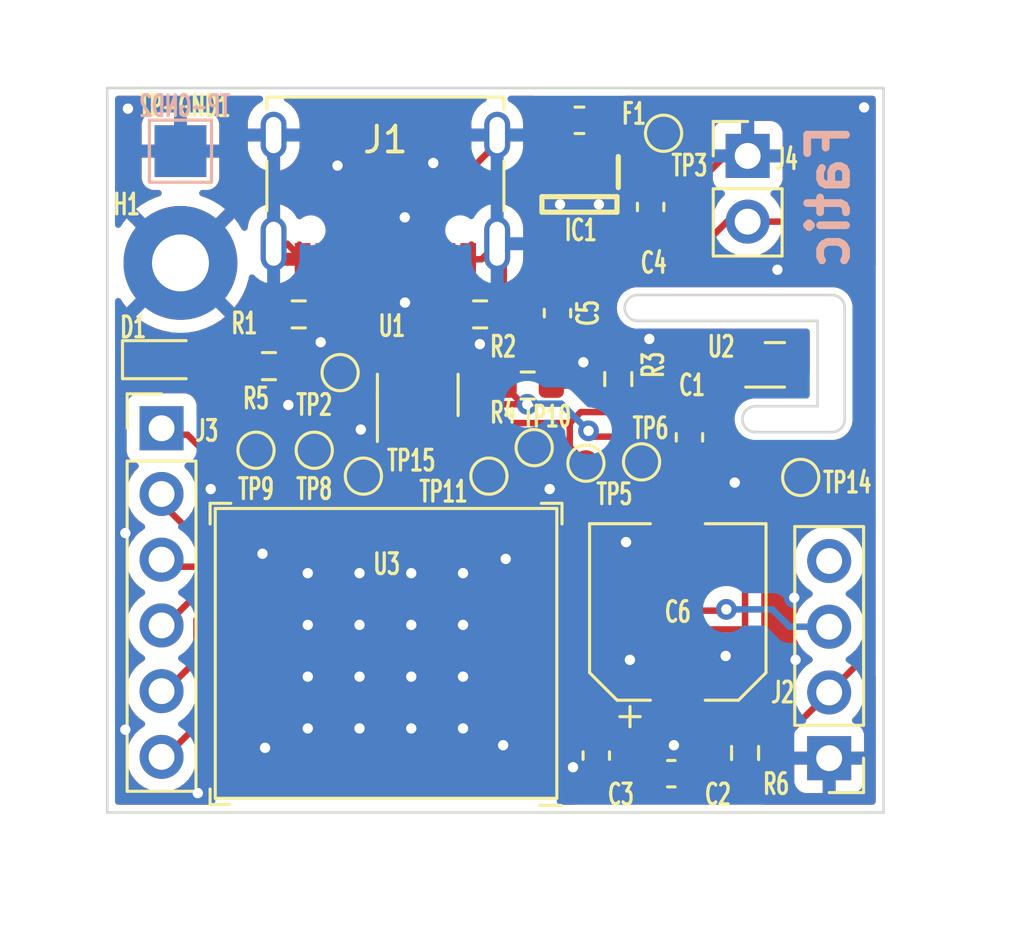
<source format=kicad_pcb>
(kicad_pcb (version 20221018) (generator pcbnew)
  (layers (0 "F.Cu" signal) (31 "B.Cu" signal) (34 "B.Paste" user) (35 "F.Paste" user) (36 "B.SilkS" user "B.Silkscreen") (37 "F.SilkS" user "F.Silkscreen") (38 "B.Mask" user) (39 "F.Mask" user) (44 "Edge.Cuts" user))
  (net 0 "")
  (net 1 "GND")
  (net 2 "+3V3")
  (net 3 "SDA")
  (net 4 "SCL")
  (net 5 "USBJ_D-")
  (net 6 "USBJ_D+")
  (net 7 "Net-(J1-CC1)")
  (net 9 "Net-(J1-CC2)")
  (net 11 "Net-(D1-A)")
  (net 22 "VBUS")
  (net 23 "Net-(U3-GPIO15)")
  (net 24 "USB_D-")
  (net 25 "USB_D+")
  (net 28 "Net-(J3-Pin_3)")
  (net 29 "Net-(J3-Pin_4)")
  (net 30 "Net-(J3-Pin_5)")
  (net 31 "Net-(J3-Pin_6)")
  (net 32 "/VBUS_B4_Fuse")
  (net 33 "Net-(U3-EN{slash}CHIP_PU)")
  (net 34 "Net-(U3-GPIO8)")
  (net 35 "Net-(U3-GPIO9)")
  (net 36 "Net-(U3-GPIO0{slash}ADC1_CH0{slash}XTAL_32K_P)")
  (net 37 "Net-(U3-GPIO1{slash}ADC1_CH1{slash}XTAL_32K_N)")
  (net 38 "Net-(U3-GPIO14)")
  (net 39 "Net-(J3-Pin_1)")
  (net 40 "Net-(J3-Pin_2)")
  (net 41 "Net-(J2-Pin_3)")
  (footprint "TestPoint:TestPoint_Pad_D1.0mm" (layer "F.Cu") (at 42 55.5)
    (fp_text reference "TP8")
    (fp_text value "TestPoint")
  )
  (footprint "Resistor_SMD:R_0603_1608Metric_Pad0.98x0.95mm_HandSolder" (layer "F.Cu") (at 48.4125 50.25)
    (fp_text reference "R2")
    (fp_text value "5k1")
  )
  (footprint "TestPoint:TestPoint_Pad_D1.0mm" (layer "F.Cu") (at 60.8 56.55)
    (fp_text reference "TP14")
    (fp_text value "TestPoint")
  )
  (footprint "Capacitor_SMD:C_0603_1608Metric_Pad1.08x0.95mm_HandSolder" (layer "F.Cu") (at 52.9 67.3 -90)
    (fp_text reference "C3")
    (fp_text value "100n")
  )
  (footprint "Connector_USB:USB_C_Receptacle_G-Switch_GT-USB-7010ASV" (layer "F.Cu") (at 44.75 44.395 180)
    (fp_text reference "J1")
    (fp_text value "USB_C_Receptacle_USB2.0_16P")
  )
  (footprint "Fuse:Fuse_0603_1608Metric_Pad1.05x0.95mm_HandSolder" (layer "F.Cu") (at 52.25 42.75)
    (fp_text reference "F1")
    (fp_text value "6V 0,5A")
  )
  (footprint "Resistor_SMD:R_0603_1608Metric_Pad0.98x0.95mm_HandSolder" (layer "F.Cu") (at 53.75 52.75 -90)
    (fp_text reference "R3")
    (fp_text value "10k")
  )
  (footprint "Resistor_SMD:R_0603_1608Metric_Pad0.98x0.95mm_HandSolder" (layer "F.Cu") (at 58.65 67.2 90)
    (fp_text reference "R6")
    (fp_text value "10k")
  )
  (footprint "Resistor_SMD:R_0603_1608Metric_Pad0.98x0.95mm_HandSolder" (layer "F.Cu") (at 40.25 52.25 180)
    (fp_text reference "R5")
    (fp_text value "5k1")
  )
  (footprint "TestPoint:TestPoint_Pad_D1.0mm" (layer "F.Cu") (at 43 52.5)
    (fp_text reference "TP2")
    (fp_text value "TestPoint")
  )
  (footprint "Capacitor_SMD:C_0603_1608Metric_Pad1.08x0.95mm_HandSolder" (layer "F.Cu") (at 51.4 50.2 -90)
    (fp_text reference "C5")
    (fp_text value "1u")
  )
  (footprint "Connector_PinHeader_2.54mm:PinHeader_1x06_P2.54mm_Vertical" (layer "F.Cu") (at 36.1 54.65)
    (fp_text reference "J3")
    (fp_text value "Conn_01x06_Pin")
  )
  (footprint "TestPoint:TestPoint_Pad_D1.0mm" (layer "F.Cu") (at 39.75 55.5)
    (fp_text reference "TP9")
    (fp_text value "TestPoint")
  )
  (footprint "TestPoint:TestPoint_Pad_2.0x2.0mm" (layer "F.Cu") (at 36.83 43.942)
    (fp_text reference "TP-GND1")
    (fp_text value "GND_Point")
  )
  (footprint "Connector_PinHeader_2.54mm:PinHeader_1x04_P2.54mm_Vertical" (layer "F.Cu") (at 61.9 67.4 180)
    (fp_text reference "J2")
    (fp_text value "Conn_01x04_Socket")
  )
  (footprint "Resistor_SMD:R_0603_1608Metric_Pad0.98x0.95mm_HandSolder" (layer "F.Cu") (at 50.25 53 180)
    (fp_text reference "R4")
    (fp_text value "10k")
  )
  (footprint "TestPoint:TestPoint_Pad_D1.0mm" (layer "F.Cu") (at 43.9 56.5)
    (fp_text reference "TP15")
    (fp_text value "TestPoint")
  )
  (footprint "Capacitor_SMD:C_0603_1608Metric_Pad1.08x0.95mm_HandSolder" (layer "F.Cu") (at 55 46.1 -90)
    (fp_text reference "C4")
    (fp_text value "1u")
  )
  (footprint "Espressif:ESP32-C6-MINI-1" (layer "F.Cu") (at 44.775 66.05 180)
    (fp_text reference "U3")
    (fp_text value "ESP32-C6-MINI-1/U")
  )
  (footprint "Capacitor_SMD:CP_Elec_6.3x5.4" (layer "F.Cu") (at 56.05 61.75 90)
    (fp_text reference "C6")
    (fp_text value "100u")
  )
  (footprint "MountingHole:MountingHole_2.2mm_M2_Pad" (layer "F.Cu") (at 36.83 48.26)
    (fp_text reference "H1")
    (fp_text value "M2-Screw")
  )
  (footprint "TestPoint:TestPoint_Pad_D1.0mm" (layer "F.Cu") (at 48.75 56.5)
    (fp_text reference "TP11")
    (fp_text value "TestPoint")
  )
  (footprint "Sensor_Humidity:Sensirion_DFN-4_1.5x1.5mm_P0.8mm_SHT4x_NoCentralPad" (layer "F.Cu") (at 59.425 52.2)
    (fp_text reference "U2")
    (fp_text value "SHT40-AD1B-R2")
  )
  (footprint "Capacitor_SMD:C_0603_1608Metric_Pad1.08x0.95mm_HandSolder" (layer "F.Cu") (at 55.8 68)
    (fp_text reference "C2")
    (fp_text value "1u")
  )
  (footprint "TestPoint:TestPoint_Pad_D1.0mm" (layer "F.Cu") (at 55.5 43.25)
    (fp_text reference "TP3")
    (fp_text value "TestPoint")
  )
  (footprint "Package_TO_SOT_SMD:SOT-23-6" (layer "F.Cu") (at 46 53.3625 90)
    (fp_text reference "U1")
    (fp_text value "USBLC6-2SC6")
  )
  (footprint "Connector_PinHeader_2.54mm:PinHeader_1x02_P2.54mm_Vertical" (layer "F.Cu") (at 58.75 44.125)
    (fp_text reference "J4")
    (fp_text value "Conn_01x02_Pin")
  )
  (footprint "TestPoint:TestPoint_Pad_D1.0mm" (layer "F.Cu") (at 52.5 56)
    (fp_text reference "TP5")
    (fp_text value "TestPoint")
  )
  (footprint "TestPoint:TestPoint_Pad_D1.0mm" (layer "F.Cu") (at 54.65 55.95)
    (fp_text reference "TP6")
    (fp_text value "TestPoint")
  )
  (footprint "MIC5504-3.3YM5-TR:SOT95P280X145-5N" (layer "F.Cu") (at 52.25 46 -90)
    (fp_text reference "IC1")
    (fp_text value "MIC5504-3.3YM5-TR" hide)
  )
  (footprint "LED_SMD:LED_0603_1608Metric_Pad1.05x0.95mm_HandSolder" (layer "F.Cu") (at 36.25 52)
    (fp_text reference "D1")
    (fp_text value "LED")
  )
  (footprint "Capacitor_SMD:C_0603_1608Metric_Pad1.08x0.95mm_HandSolder" (layer "F.Cu") (at 56.5 55 -90)
    (fp_text reference "C1")
    (fp_text value "100n")
  )
  (footprint "Resistor_SMD:R_0603_1608Metric_Pad0.98x0.95mm_HandSolder" (layer "F.Cu") (at 41.402 50.25 180)
    (fp_text reference "R1")
    (fp_text value "5k1")
  )
  (footprint "TestPoint:TestPoint_Pad_D1.0mm" (layer "F.Cu") (at 50.5 55.4)
    (fp_text reference "TP10")
    (fp_text value "TestPoint")
  )
  (footprint "TestPoint:TestPoint_Pad_2.0x2.0mm" (layer "B.Cu") (at 36.83 43.942 180)
    (fp_text reference "TP-GND2")
    (fp_text value "GND_Point")
  )
  (gr_line (start 34 41.5) (end 34 69.5) (stroke (width 0.1)) (layer "Edge.Cuts"))
  (gr_line (start 59.05 54.8) (end 62.000001 54.800001) (stroke (width 0.1)) (layer "Edge.Cuts"))
  (gr_arc (start 62 49.5) (mid 62.353553 49.646447) (end 62.5 50) (stroke (width 0.1)) (layer "Edge.Cuts"))
  (gr_line (start 34 69.5) (end 64 69.5) (stroke (width 0.1)) (layer "Edge.Cuts"))
  (gr_line (start 64 54.8) (end 64 41.5) (stroke (width 0.1)) (layer "Edge.Cuts"))
  (gr_line (start 64 41.5) (end 34 41.5) (stroke (width 0.1)) (layer "Edge.Cuts"))
  (gr_arc (start 59.05 54.8) (mid 58.55 54.3) (end 59.05 53.8) (stroke (width 0.1)) (layer "Edge.Cuts"))
  (gr_line (start 54.5 50.5) (end 61.45 50.5) (stroke (width 0.1)) (layer "Edge.Cuts"))
  (gr_line (start 64 69.5) (end 64 54.8) (stroke (width 0.1)) (layer "Edge.Cuts"))
  (gr_line (start 54.5 49.5) (end 62 49.5) (stroke (width 0.1)) (layer "Edge.Cuts"))
  (gr_line (start 61.45 53.8) (end 61.45 50.5) (stroke (width 0.1)) (layer "Edge.Cuts"))
  (gr_arc (start 54.5 50.5) (mid 54 50) (end 54.5 49.5) (stroke (width 0.1)) (layer "Edge.Cuts"))
  (gr_line (start 59.05 53.8) (end 61.45 53.8) (stroke (width 0.1)) (layer "Edge.Cuts"))
  (gr_line (start 62.5 54.300001) (end 62.5 50) (stroke (width 0.1)) (layer "Edge.Cuts"))
  (gr_arc (start 62.500001 54.300001) (mid 62.353554 54.653554) (end 62.000001 54.800001) (stroke (width 0.1)) (layer "Edge.Cuts"))
  (gr_text "Fatic" (at 62.75 42.75 90) (layer "B.SilkS") (effects (font (size 1.5 1.5) (thickness 0.3) bold) (justify left bottom mirror)))
  (segment (start 44.2 53.5) (end 45.6 53.5) (width 0.25) (layer "F.Cu") (net 1))
  (segment (start 38.825 57.825) (end 38 57) (width 0.25) (layer "F.Cu") (net 1))
  (segment (start 51.4625 51.0625) (end 52.4 52) (width 0.25) (layer "F.Cu") (net 1))
  (segment (start 46 53.9) (end 46 54.5) (width 0.25) (layer "F.Cu") (net 1))
  (segment (start 57.3625 55.8625) (end 56.5 55.8625) (width 0.25) (layer "F.Cu") (net 1))
  (segment (start 55 46.9625) (end 55.0375 46.9625) (width 0.25) (layer "F.Cu") (net 1))
  (segment (start 55.9 67.4375) (end 56.4625 68) (width 0.25) (layer "F.Cu") (net 1))
  (segment (start 52 67.75) (end 52 67.4625) (width 0.25) (layer "F.Cu") (net 1))
  (segment (start 43.8 54.7) (end 43.8 53.9) (width 0.25) (layer "F.Cu") (net 1))
  (segment (start 40.4895 50.1105) (end 41.55 49.05) (width 0.25) (layer "F.Cu") (net 1))
  (segment (start 37.7 68.3) (end 38.825 68.3) (width 0.25) (layer "F.Cu") (net 1))
  (segment (start 40.95 47.52) (end 41.55 48.12) (width 0.25) (layer "F.Cu") (net 1))
  (segment (start 48.55 50.25) (end 49.325 50.25) (width 0.25) (layer "F.Cu") (net 1))
  (segment (start 40.4895 50.25) (end 38.82 50.25) (width 0.25) (layer "F.Cu") (net 1))
  (segment (start 50.725 57.375) (end 51.1 57) (width 0.25) (layer "F.Cu") (net 1))
  (segment (start 48.47 48.12) (end 49.07 47.52) (width 0.25) (layer "F.Cu") (net 1))
  (segment (start 58.25 56.75) (end 57.3625 55.8625) (width 0.25) (layer "F.Cu") (net 1))
  (segment (start 47.975 58.45) (end 47.975 60.025) (width 0.25) (layer "F.Cu") (net 1))
  (segment (start 48.4 50.4) (end 48.55 50.25) (width 0.25) (layer "F.Cu") (net 1))
  (segment (start 38.825 58.4) (end 38.825 57.825) (width 0.25) (layer "F.Cu") (net 1))
  (segment (start 52.4 52) (end 52.4 52.1) (width 0.25) (layer "F.Cu") (net 1))
  (segment (start 41.55 49.05) (end 41.55 48.12) (width 0.25) (layer "F.Cu") (net 1))
  (segment (start 57.875 44.125) (end 58.75 44.125) (width 0.25) (layer "F.Cu") (net 1))
  (segment (start 45.6 53.5) (end 46 53.9) (width 0.25) (layer "F.Cu") (net 1))
  (segment (start 50.675 58.45) (end 50.725 58.4) (width 0.25) (layer "F.Cu") (net 1))
  (segment (start 55.0375 46.9625) (end 57.875 44.125) (width 0.25) (layer "F.Cu") (net 1))
  (segment (start 50.675 59.35) (end 50.675 58.45) (width 0.25) (layer "F.Cu") (net 1))
  (segment (start 48.4 51.4) (end 48.4 50.4) (width 0.25) (layer "F.Cu") (net 1))
  (segment (start 43.8 53.9) (end 44.2 53.5) (width 0.25) (layer "F.Cu") (net 1))
  (segment (start 40.43 47.52) (end 40.95 47.52) (width 0.25) (layer "F.Cu") (net 1))
  (segment (start 38.82 50.25) (end 36.83 48.26) (width 0.25) (layer "F.Cu") (net 1))
  (segment (start 37.5 68.75) (end 37.5 68.5) (width 0.25) (layer "F.Cu") (net 1))
  (segment (start 55.9 66.9) (end 55.9 67.4375) (width 0.25) (layer "F.Cu") (net 1))
  (segment (start 51.4 51.0625) (end 51.4625 51.0625) (width 0.25) (layer "F.Cu") (net 1))
  (segment (start 47.975 60.025) (end 47.75 60.25) (width 0.25) (layer "F.Cu") (net 1))
  (segment (start 56.5 58.5) (end 56.05 58.95) (width 0.25) (layer "F.Cu") (net 1))
  (segment (start 40.4895 50.25) (end 40.4895 50.1105) (width 0.25) (layer "F.Cu") (net 1))
  (segment (start 49.07 43.32) (end 49.07 43.63) (width 0.25) (layer "F.Cu") (net 1))
  (segment (start 49.325 47.775) (end 49.07 47.52) (width 0.25) (layer "F.Cu") (net 1))
  (segment (start 50.725 58.4) (end 50.725 57.375) (width 0.25) (layer "F.Cu") (net 1))
  (segment (start 49.325 50.25) (end 49.325 47.775) (width 0.25) (layer "F.Cu") (net 1))
  (segment (start 37.5 68.5) (end 37.7 68.3) (width 0.25) (layer "F.Cu") (net 1))
  (segment (start 52.4125 68.1625) (end 52.9 68.1625) (width 0.25) (layer "F.Cu") (net 1))
  (segment (start 49.75 59.35) (end 50.675 59.35) (width 0.25) (layer "F.Cu") (net 1))
  (segment (start 56.5 55.8625) (end 56.5 58.5) (width 0.25) (layer "F.Cu") (net 1))
  (segment (start 52 67.4625) (end 51.8875 67.35) (width 0.25) (layer "F.Cu") (net 1))
  (segment (start 49.4 59.7) (end 49.75 59.35) (width 0.25) (layer "F.Cu") (net 1))
  (segment (start 48.3 44.4) (end 46.6 44.4) (width 0.25) (layer "F.Cu") (net 1))
  (segment (start 52 67.75) (end 52.4125 68.1625) (width 0.25) (layer "F.Cu") (net 1))
  (segment (start 49.07 43.63) (end 48.3 44.4) (width 0.25) (layer "F.Cu") (net 1))
  (segment (start 51.8875 67.35) (end 50.675 67.35) (width 0.25) (layer "F.Cu") (net 1))
  (segment (start 47.95 48.12) (end 48.47 48.12) (width 0.25) (layer "F.Cu") (net 1))
  (via (at 34.8 42.3) (size 0.8) (drill 0.4) (layers "F.Cu" "B.Cu") (net 1))
  (via (at 46.6 44.4) (size 0.8) (drill 0.4) (layers "F.Cu" "B.Cu") (net 1))
  (via (at 52.4 52.1) (size 0.8) (drill 0.4) (layers "F.Cu" "B.Cu") (net 1))
  (via (at 63.25 42.25) (size 0.8) (drill 0.4) (layers "F.Cu" "B.Cu") (net 1))
  (via (at 59.9 48.525) (size 0.8) (drill 0.4) (layers "F.Cu" "B.Cu") (net 1))
  (via (at 43.75 64.25) (size 0.8) (drill 0.4) (layers "F.Cu" "B.Cu") (net 1))
  (via (at 43.8 54.7) (size 0.8) (drill 0.4) (layers "F.Cu" "B.Cu") (net 1))
  (via (at 38 57) (size 0.8) (drill 0.4) (layers "F.Cu" "B.Cu") (net 1))
  (via (at 49.4 59.7) (size 0.8) (drill 0.4) (layers "F.Cu" "B.Cu") (net 1))
  (via (at 45.507475 49.792525) (size 0.8) (drill 0.4) (layers "F.Cu" "B.Cu") (net 1))
  (via (at 41.75 66.25) (size 0.8) (drill 0.4) (layers "F.Cu" "B.Cu") (net 1))
  (via (at 41.75 64.25) (size 0.8) (drill 0.4) (layers "F.Cu" "B.Cu") (net 1))
  (via (at 60.6 63.6) (size 0.8) (drill 0.4) (layers "F.Cu" "B.Cu") (net 1))
  (via (at 55.9 66.9) (size 0.8) (drill 0.4) (layers "F.Cu" "B.Cu") (net 1))
  (via (at 45.75 62.25) (size 0.8) (drill 0.4) (layers "F.Cu" "B.Cu") (net 1))
  (via (at 57.9 63.45) (size 0.8) (drill 0.4) (layers "F.Cu" "B.Cu") (net 1))
  (via (at 51.5 46) (size 0.8) (drill 0.4) (layers "F.Cu" "B.Cu") (net 1))
  (via (at 41 53.75) (size 0.8) (drill 0.4) (layers "F.Cu" "B.Cu") (net 1))
  (via (at 40 59.5) (size 0.8) (drill 0.4) (layers "F.Cu" "B.Cu") (net 1))
  (via (at 43.75 66.25) (size 0.8) (drill 0.4) (layers "F.Cu" "B.Cu") (net 1))
  (via (at 40.1 67) (size 0.8) (drill 0.4) (layers "F.Cu" "B.Cu") (net 1))
  (via (at 54.2 63.6) (size 0.8) (drill 0.4) (layers "F.Cu" "B.Cu") (net 1))
  (via (at 43.75 60.25) (size 0.8) (drill 0.4) (layers "F.Cu" "B.Cu") (net 1))
  (via (at 53 46) (size 0.8) (drill 0.4) (layers "F.Cu" "B.Cu") (net 1))
  (via (at 47.75 62.25) (size 0.8) (drill 0.4) (layers "F.Cu" "B.Cu") (net 1))
  (via (at 45.75 60.25) (size 0.8) (drill 0.4) (layers "F.Cu" "B.Cu") (net 1))
  (via (at 47.75 60.25) (size 0.8) (drill 0.4) (layers "F.Cu" "B.Cu") (net 1))
  (via (at 41.75 60.25) (size 0.8) (drill 0.4) (layers "F.Cu" "B.Cu") (net 1))
  (via (at 58.25 56.75) (size 0.8) (drill 0.4) (layers "F.Cu" "B.Cu") (net 1))
  (via (at 37.5 68.75) (size 0.8) (drill 0.4) (layers "F.Cu" "B.Cu") (net 1))
  (via (at 60.55 61.2) (size 0.8) (drill 0.4) (layers "F.Cu" "B.Cu") (net 1))
  (via (at 54.05 59.05) (size 0.8) (drill 0.4) (layers "F.Cu" "B.Cu") (net 1))
  (via (at 54.95 51.2) (size 0.8) (drill 0.4) (layers "F.Cu" "B.Cu") (net 1))
  (via (at 47.75 64.25) (size 0.8) (drill 0.4) (layers "F.Cu" "B.Cu") (net 1))
  (via (at 41.75 62.25) (size 0.8) (drill 0.4) (layers "F.Cu" "B.Cu") (net 1))
  (via (at 47.75 66.25) (size 0.8) (drill 0.4) (layers "F.Cu" "B.Cu") (net 1))
  (via (at 52 67.75) (size 0.8) (drill 0.4) (layers "F.Cu" "B.Cu") (net 1))
  (via (at 49.3 66.9) (size 0.8) (drill 0.4) (layers "F.Cu" "B.Cu") (net 1))
  (via (at 43.75 62.25) (size 0.8) (drill 0.4) (layers "F.Cu" "B.Cu") (net 1))
  (via (at 45.5 46.5) (size 0.8) (drill 0.4) (layers "F.Cu" "B.Cu") (net 1))
  (via (at 45.75 66.25) (size 0.8) (drill 0.4) (layers "F.Cu" "B.Cu") (net 1))
  (via (at 45.75 64.25) (size 0.8) (drill 0.4) (layers "F.Cu" "B.Cu") (net 1))
  (via (at 42.25 51.325) (size 0.8) (drill 0.4) (layers "F.Cu" "B.Cu") (net 1))
  (via (at 34.7 58.7) (size 0.8) (drill 0.4) (layers "F.Cu" "B.Cu") (net 1))
  (via (at 34.7 66.3) (size 0.8) (drill 0.4) (layers "F.Cu" "B.Cu") (net 1))
  (via (at 48.4 51.4) (size 0.8) (drill 0.4) (layers "F.Cu" "B.Cu") (net 1))
  (via (at 51.1 57) (size 0.8) (drill 0.4) (layers "F.Cu" "B.Cu") (net 1))
  (via (at 42.9 44.5) (size 0.8) (drill 0.4) (layers "F.Cu" "B.Cu") (net 1))
  (segment (start 60.84 46.665) (end 63.4 49.225) (width 0.25) (layer "F.Cu") (net 2))
  (segment (start 63.4 55.3) (end 63.4 63.36) (width 0.25) (layer "F.Cu") (net 2))
  (segment (start 53.2 47.25) (end 53.2 51.2875) (width 0.25) (layer "F.Cu") (net 2))
  (segment (start 60.051778 53.375) (end 60.3 53.126778) (width 0.25) (layer "F.Cu") (net 2))
  (segment (start 54.9375 66.3625) (end 56.3 65) (width 0.25) (layer "F.Cu") (net 2))
  (segment (start 52.0125 65.75) (end 52.7 66.4375) (width 0.25) (layer "F.Cu") (net 2))
  (segment (start 57.2625 53.375) (end 56.5 54.1375) (width 0.25) (layer "F.Cu") (net 2))
  (segment (start 63.4 55.3) (end 63.35 55.25) (width 0.25) (layer "F.Cu") (net 2))
  (segment (start 63.4 63.36) (end 61.9 64.86) (width 0.25) (layer "F.Cu") (net 2))
  (segment (start 57.3875 54.1375) (end 56.5 54.1375) (width 0.25) (layer "F.Cu") (net 2))
  (segment (start 58.65 68.11) (end 61.9 64.86) (width 0.25) (layer "F.Cu") (net 2))
  (segment (start 56.515 48.1) (end 57.95 46.665) (width 0.25) (layer "F.Cu") (net 2))
  (segment (start 53.2 51.2875) (end 53.75 51.8375) (width 0.25) (layer "F.Cu") (net 2))
  (segment (start 60.3 53.126778) (end 60.3 52.698222) (width 0.25) (layer "F.Cu") (net 2))
  (segment (start 53.375 66.4375) (end 54.9375 68) (width 0.25) (layer "F.Cu") (net 2))
  (segment (start 60.3 52.698222) (end 60.201778 52.6) (width 0.25) (layer "F.Cu") (net 2))
  (segment (start 52.7 66.4375) (end 53.375 66.4375) (width 0.25) (layer "F.Cu") (net 2))
  (segment (start 54.05 48.1) (end 56.515 48.1) (width 0.25) (layer "F.Cu") (net 2))
  (segment (start 56.3 64.5) (end 56.3 65.7625) (width 0.25) (layer "F.Cu") (net 2))
  (segment (start 52.5875 53) (end 51.1625 53) (width 0.25) (layer "F.Cu") (net 2))
  (segment (start 58.5 55.25) (end 57.3875 54.1375) (width 0.25) (layer "F.Cu") (net 2))
  (segment (start 63.35 55.25) (end 58.5 55.25) (width 0.25) (layer "F.Cu") (net 2))
  (segment (start 57.95 46.665) (end 60.84 46.665) (width 0.25) (layer "F.Cu") (net 2))
  (segment (start 50.675 65.75) (end 52.0125 65.75) (width 0.25) (layer "F.Cu") (net 2))
  (segment (start 60.201778 52.6) (end 60.125 52.6) (width 0.25) (layer "F.Cu") (net 2))
  (segment (start 51.4 49.3375) (end 51.4 49.05) (width 0.25) (layer "F.Cu") (net 2))
  (segment (start 56.3 65.7625) (end 58.65 68.1125) (width 0.25) (layer "F.Cu") (net 2))
  (segment (start 58.65 68.1125) (end 58.65 68.11) (width 0.25) (layer "F.Cu") (net 2))
  (segment (start 51.4 49.05) (end 53.2 47.25) (width 0.25) (layer "F.Cu") (net 2))
  (segment (start 53.75 51.8375) (end 52.5875 53) (width 0.25) (layer "F.Cu") (net 2))
  (segment (start 63.4 49.225) (end 63.4 55.3) (width 0.25) (layer "F.Cu") (net 2))
  (segment (start 54.9375 68) (end 54.9375 66.3625) (width 0.25) (layer "F.Cu") (net 2))
  (segment (start 57.2625 53.375) (end 60.051778 53.375) (width 0.25) (layer "F.Cu") (net 2))
  (segment (start 53.2 47.25) (end 54.05 48.1) (width 0.25) (layer "F.Cu") (net 2))
  (segment (start 47.175 56.658274) (end 48.775001 55.058273) (width 0.25) (layer "F.Cu") (net 3))
  (segment (start 52.5 56) (end 51.875 55.375) (width 0.25) (layer "F.Cu") (net 3))
  (segment (start 53.3875 54.025) (end 53.75 53.6625) (width 0.25) (layer "F.Cu") (net 3))
  (segment (start 56.1125 51.8) (end 58.725 51.8) (width 0.25) (layer "F.Cu") (net 3))
  (segment (start 49.050305 54.449695) (end 51.875 54.449695) (width 0.25) (layer "F.Cu") (net 3))
  (segment (start 51.875 55.375) (end 51.875 54.449695) (width 0.25) (layer "F.Cu") (net 3))
  (segment (start 53.75 53.6625) (end 54.25 53.6625) (width 0.25) (layer "F.Cu") (net 3))
  (segment (start 48.775001 55.058273) (end 48.775001 54.724999) (width 0.25) (layer "F.Cu") (net 3))
  (segment (start 47.175 58.45) (end 47.175 56.658274) (width 0.25) (layer "F.Cu") (net 3))
  (segment (start 54.25 53.6625) (end 56.1125 51.8) (width 0.25) (layer "F.Cu") (net 3))
  (segment (start 48.775001 54.724999) (end 49.050305 54.449695) (width 0.25) (layer "F.Cu") (net 3))
  (segment (start 51.875 54.449695) (end 52.299695 54.025) (width 0.25) (layer "F.Cu") (net 3))
  (segment (start 52.299695 54.025) (end 53.3875 54.025) (width 0.25) (layer "F.Cu") (net 3))
  (segment (start 54.65 55.95) (end 54.65 55.85) (width 0.25) (layer "F.Cu") (net 4))
  (segment (start 48.325001 54.71979) (end 46.65 56.394791) (width 0.25) (layer "F.Cu") (net 4))
  (segment (start 49.138909 53.724695) (end 48.325001 54.538603) (width 0.25) (layer "F.Cu") (net 4))
  (segment (start 46.65 57.85) (end 46.375 58.125) (width 0.25) (layer "F.Cu") (net 4))
  (segment (start 46.375 58.125) (end 46.375 58.45) (width 0.25) (layer "F.Cu") (net 4))
  (segment (start 46.65 56.394791) (end 46.65 57.85) (width 0.25) (layer "F.Cu") (net 4))
  (segment (start 50.231659 53.724695) (end 50.062195 53.724695) (width 0.25) (layer "F.Cu") (net 4))
  (segment (start 52.6 54.75) (end 52.825 54.975) (width 0.25) (layer "F.Cu") (net 4))
  (segment (start 48.325001 54.538603) (end 48.325001 54.71979) (width 0.25) (layer "F.Cu") (net 4))
  (segment (start 54.65 55.85) (end 54.227076 55.427076) (width 0.25) (layer "F.Cu") (net 4))
  (segment (start 55.948896 52.6) (end 58.725 52.6) (width 0.25) (layer "F.Cu") (net 4))
  (segment (start 52.825 54.975) (end 54.227076 54.975) (width 0.25) (layer "F.Cu") (net 4))
  (segment (start 50.231659 53.724695) (end 49.138909 53.724695) (width 0.25) (layer "F.Cu") (net 4))
  (segment (start 54.227076 54.975) (end 54.55 54.652076) (width 0.25) (layer "F.Cu") (net 4))
  (segment (start 54.55 53.998896) (end 55.948896 52.6) (width 0.25) (layer "F.Cu") (net 4))
  (segment (start 54.55 54.652076) (end 54.55 53.998896) (width 0.25) (layer "F.Cu") (net 4))
  (segment (start 54.227076 55.427076) (end 54.227076 54.975) (width 0.25) (layer "F.Cu") (net 4))
  (segment (start 50.062195 53.724695) (end 49.3375 53) (width 0.25) (layer "F.Cu") (net 4))
  (via (at 52.6 54.75) (size 0.8) (drill 0.4) (layers "F.Cu" "B.Cu") (net 4))
  (via (at 50.231659 53.724695) (size 0.8) (drill 0.4) (layers "F.Cu" "B.Cu") (net 4))
  (segment (start 51.55 53.7) (end 52.6 54.75) (width 0.25) (layer "B.Cu") (net 4))
  (segment (start 50.231659 53.724695) (end 50.256354 53.7) (width 0.25) (layer "B.Cu") (net 4))
  (segment (start 50.256354 53.7) (end 51.55 53.7) (width 0.25) (layer "B.Cu") (net 4))
  (segment (start 46.6 51.521948) (end 46.6 51.875) (width 0.2) (layer "F.Cu") (net 5))
  (segment (start 44.55 49.04) (end 44.5 48.99) (width 0.2) (layer "F.Cu") (net 5))
  (segment (start 45.45 49.04) (end 44.55 49.04) (width 0.2) (layer "F.Cu") (net 5))
  (segment (start 45.5 48.99) (end 45.45 49.04) (width 0.2) (layer "F.Cu") (net 5))
  (segment (start 46.6 51.875) (end 46.95 52.225) (width 0.2) (layer "F.Cu") (net 5))
  (segment (start 45.9875 51.2625) (end 46.340552 51.2625) (width 0.2) (layer "F.Cu") (net 5))
  (segment (start 44.5 49.050001) (end 44.475 49.075001) (width 0.2) (layer "F.Cu") (net 5))
  (segment (start 44.5 48.99) (end 44.5 48.12) (width 0.2) (layer "F.Cu") (net 5))
  (segment (start 46.340552 51.2625) (end 46.6 51.521948) (width 0.2) (layer "F.Cu") (net 5))
  (segment (start 44.475 49.075001) (end 44.475 49.75) (width 0.2) (layer "F.Cu") (net 5))
  (segment (start 45.5 48.12) (end 45.5 48.99) (width 0.2) (layer "F.Cu") (net 5))
  (segment (start 44.5 48.12) (end 44.5 49.050001) (width 0.2) (layer "F.Cu") (net 5))
  (segment (start 44.475 49.75) (end 45.9875 51.2625) (width 0.2) (layer "F.Cu") (net 5))
  (segment (start 44 48.12) (end 44 47.25) (width 0.2) (layer "F.Cu") (net 6))
  (segment (start 44 47.25) (end 44.05 47.2) (width 0.2) (layer "F.Cu") (net 6))
  (segment (start 45 47.25) (end 45 48.12) (width 0.2) (layer "F.Cu") (net 6))
  (segment (start 44.025 49.936397) (end 45.05 50.961397) (width 0.2) (layer "F.Cu") (net 6))
  (segment (start 44.025 49.075001) (end 44.025 49.936397) (width 0.2) (layer "F.Cu") (net 6))
  (segment (start 44.05 47.2) (end 44.95 47.2) (width 0.2) (layer "F.Cu") (net 6))
  (segment (start 44 48.12) (end 44 49.050001) (width 0.2) (layer "F.Cu") (net 6))
  (segment (start 44.95 47.2) (end 45 47.25) (width 0.2) (layer "F.Cu") (net 6))
  (segment (start 44 49.050001) (end 44.025 49.075001) (width 0.2) (layer "F.Cu") (net 6))
  (segment (start 45.05 50.961397) (end 45.05 52.225) (width 0.2) (layer "F.Cu") (net 6))
  (segment (start 47.21 50.25) (end 47.5 50.25) (width 0.25) (layer "F.Cu") (net 7))
  (segment (start 46 48.12) (end 46 49.04) (width 0.25) (layer "F.Cu") (net 7))
  (segment (start 46 49.04) (end 47.21 50.25) (width 0.25) (layer "F.Cu") (net 7))
  (segment (start 43 49.5645) (end 43 48.12) (width 0.25) (layer "F.Cu") (net 9))
  (segment (start 42.3145 50.25) (end 43 49.5645) (width 0.25) (layer "F.Cu") (net 9))
  (segment (start 39.0875 52) (end 39.3375 52.25) (width 0.25) (layer "F.Cu") (net 11))
  (segment (start 37.125 52) (end 39.0875 52) (width 0.25) (layer "F.Cu") (net 11))
  (segment (start 50.5 51.25) (end 50.5 48.75) (width 0.25) (layer "F.Cu") (net 22))
  (segment (start 53.2 42.825) (end 53.125 42.75) (width 0.25) (layer "F.Cu") (net 22))
  (segment (start 53.125 42.75) (end 55 42.75) (width 0.25) (layer "F.Cu") (net 22))
  (segment (start 49.65 52.1) (end 50.5 51.25) (width 0.25) (layer "F.Cu") (net 22))
  (segment (start 55.5 43.25) (end 55 43.75) (width 0.25) (layer "F.Cu") (net 22))
  (segment (start 46.325001 53.2125) (end 47.700908 53.2125) (width 0.25) (layer "F.Cu") (net 22))
  (segment (start 50.25 45.8) (end 51.3 44.75) (width 0.25) (layer "F.Cu") (net 22))
  (segment (start 51.3 44.75) (end 51.3 44.15) (width 0.25) (layer "F.Cu") (net 22))
  (segment (start 50.25 48.5) (end 50.25 45.8) (width 0.25) (layer "F.Cu") (net 22))
  (segment (start 48.813408 52.1) (end 49.65 52.1) (width 0.25) (layer "F.Cu") (net 22))
  (segment (start 55 42.75) (end 55.5 43.25) (width 0.25) (layer "F.Cu") (net 22))
  (segment (start 47.700908 53.2125) (end 48.813408 52.1) (width 0.25) (layer "F.Cu") (net 22))
  (segment (start 53.2 44.75) (end 53.2 42.825) (width 0.25) (layer "F.Cu") (net 22))
  (segment (start 51.25 44.7) (end 51.3 44.75) (width 0.25) (layer "F.Cu") (net 22))
  (segment (start 46 52.887499) (end 46.325001 53.2125) (width 0.25) (layer "F.Cu") (net 22))
  (segment (start 51.3 44.15) (end 51.95 43.5) (width 0.25) (layer "F.Cu") (net 22))
  (segment (start 46 52.225) (end 46 52.887499) (width 0.25) (layer "F.Cu") (net 22))
  (segment (start 50.5 48.75) (end 50.25 48.5) (width 0.25) (layer "F.Cu") (net 22))
  (segment (start 52.375 43.5) (end 53.125 42.75) (width 0.25) (layer "F.Cu") (net 22))
  (segment (start 51.95 43.5) (end 52.375 43.5) (width 0.25) (layer "F.Cu") (net 22))
  (segment (start 55 43.75) (end 55 45.2375) (width 0.25) (layer "F.Cu") (net 22))
  (segment (start 42.825 55.158273) (end 43 54.983273) (width 0.25) (layer "F.Cu") (net 23))
  (segment (start 42.75 52.25) (end 41.4125 52.25) (width 0.25) (layer "F.Cu") (net 23))
  (segment (start 42.5 57.325) (end 42.5 56.166727) (width 0.25) (layer "F.Cu") (net 23))
  (segment (start 42.9 57.725) (end 42.5 57.325) (width 0.25) (layer "F.Cu") (net 23))
  (segment (start 43 54.983273) (end 43 52.5) (width 0.25) (layer "F.Cu") (net 23))
  (segment (start 42.825 55.841727) (end 42.825 55.158273) (width 0.25) (layer "F.Cu") (net 23))
  (segment (start 42.9 58.175) (end 42.9 57.725) (width 0.25) (layer "F.Cu") (net 23))
  (segment (start 43.175 58.45) (end 42.9 58.175) (width 0.25) (layer "F.Cu") (net 23))
  (segment (start 43 52.5) (end 42.75 52.25) (width 0.25) (layer "F.Cu") (net 23))
  (segment (start 42.5 56.166727) (end 42.825 55.841727) (width 0.25) (layer "F.Cu") (net 23))
  (segment (start 46.225 56.218751) (end 46.225 57.4) (width 0.2) (layer "F.Cu") (net 24))
  (segment (start 45.875 57.986397) (end 45.575 58.286397) (width 0.2) (layer "F.Cu") (net 24))
  (segment (start 46.225 57.4) (end 45.875 57.75) (width 0.2) (layer "F.Cu") (net 24))
  (segment (start 46.95 54.5) (end 46.95 55.493751) (width 0.2) (layer "F.Cu") (net 24))
  (segment (start 45.575 58.286397) (end 45.575 58.45) (width 0.2) (layer "F.Cu") (net 24))
  (segment (start 45.875 57.75) (end 45.875 57.986397) (width 0.2) (layer "F.Cu") (net 24))
  (segment (start 46.95 55.493751) (end 46.225 56.218751) (width 0.2) (layer "F.Cu") (net 24))
  (segment (start 45.775 56.218751) (end 45.775 57.213632) (width 0.2) (layer "F.Cu") (net 25))
  (segment (start 45.775 57.213632) (end 45.075 57.913632) (width 0.2) (layer "F.Cu") (net 25))
  (segment (start 45.075 58.15) (end 44.775 58.45) (width 0.2) (layer "F.Cu") (net 25))
  (segment (start 45.05 54.5) (end 45.05 55.493751) (width 0.2) (layer "F.Cu") (net 25))
  (segment (start 45.05 55.493751) (end 45.775 56.218751) (width 0.2) (layer "F.Cu") (net 25))
  (segment (start 45.075 57.913632) (end 45.075 58.15) (width 0.2) (layer "F.Cu") (net 25))
  (segment (start 36.02 60) (end 38.725 60) (width 0.25) (layer "F.Cu") (net 28))
  (segment (start 38.725 60) (end 38.875 60.15) (width 0.25) (layer "F.Cu") (net 28))
  (segment (start 36 59.98) (end 36.02 60) (width 0.25) (layer "F.Cu") (net 28))
  (segment (start 36 62.52) (end 37.57 60.95) (width 0.25) (layer "F.Cu") (net 29))
  (segment (start 37.57 60.95) (end 38.875 60.95) (width 0.25) (layer "F.Cu") (net 29))
  (segment (start 37.45 63.61) (end 37.45 62.05) (width 0.25) (layer "F.Cu") (net 30))
  (segment (start 36 65.06) (end 37.45 63.61) (width 0.25) (layer "F.Cu") (net 30))
  (segment (start 37.45 62.05) (end 37.75 61.75) (width 0.25) (layer "F.Cu") (net 30))
  (segment (start 37.75 61.75) (end 38.875 61.75) (width 0.25) (layer "F.Cu") (net 30))
  (segment (start 36 67.6) (end 37.9 65.7) (width 0.25) (layer "F.Cu") (net 31))
  (segment (start 37.9 65.7) (end 37.9 62.875) (width 0.25) (layer "F.Cu") (net 31))
  (segment (start 38.225 62.55) (end 38.875 62.55) (width 0.25) (layer "F.Cu") (net 31))
  (segment (start 37.9 62.875) (end 38.225 62.55) (width 0.25) (layer "F.Cu") (net 31))
  (segment (start 42.56 46.44) (end 42.56 47.289949) (width 0.25) (layer "F.Cu") (net 32))
  (segment (start 50.675 43.825) (end 49 45.5) (width 0.25) (layer "F.Cu") (net 32))
  (segment (start 50.988604 43.825) (end 50.675 43.825) (width 0.25) (layer "F.Cu") (net 32))
  (segment (start 46.94 47.289949) (end 46.94 47.264974) (width 0.25) (layer "F.Cu") (net 32))
  (segment (start 46.5 45.5) (end 43.5 45.5) (width 0.25) (layer "F.Cu") (net 32))
  (segment (start 51.375 42.75) (end 51.375 43.438604) (width 0.25) (layer "F.Cu") (net 32))
  (segment (start 49 45.5) (end 46.5 45.5) (width 0.25) (layer "F.Cu") (net 32))
  (segment (start 46.94 47.264974) (end 46.5 46.824974) (width 0.25) (layer "F.Cu") (net 32))
  (segment (start 42.56 47.289949) (end 42.35 47.499949) (width 0.25) (layer "F.Cu") (net 32))
  (segment (start 42.35 47.499949) (end 42.35 48.12) (width 0.25) (layer "F.Cu") (net 32))
  (segment (start 47.15 47.499949) (end 46.94 47.289949) (width 0.25) (layer "F.Cu") (net 32))
  (segment (start 46.5 46.824974) (end 46.5 45.5) (width 0.25) (layer "F.Cu") (net 32))
  (segment (start 47.15 48.12) (end 47.15 47.499949) (width 0.25) (layer "F.Cu") (net 32))
  (segment (start 51.375 43.438604) (end 50.988604 43.825) (width 0.25) (layer "F.Cu") (net 32))
  (segment (start 43.5 45.5) (end 42.56 46.44) (width 0.25) (layer "F.Cu") (net 32))
  (segment (start 58.65 62.4) (end 58.65 58.7) (width 0.25) (layer "F.Cu") (net 33))
  (segment (start 53.013604 61.75) (end 53.688604 62.425) (width 0.25) (layer "F.Cu") (net 33))
  (segment (start 50.675 61.75) (end 53.013604 61.75) (width 0.25) (layer "F.Cu") (net 33))
  (segment (start 58.65 66.2875) (end 58.65 62.4) (width 0.25) (layer "F.Cu") (net 33))
  (segment (start 58.625 62.425) (end 58.65 62.4) (width 0.25) (layer "F.Cu") (net 33))
  (segment (start 58.65 58.7) (end 60.8 56.55) (width 0.25) (layer "F.Cu") (net 33))
  (segment (start 53.688604 62.425) (end 58.625 62.425) (width 0.25) (layer "F.Cu") (net 33))
  (segment (start 41.575 55.925) (end 42 55.5) (width 0.25) (layer "F.Cu") (net 34))
  (segment (start 41.575 58.45) (end 41.575 55.925) (width 0.25) (layer "F.Cu") (net 34))
  (segment (start 40.775 58.45) (end 40.775 56.525) (width 0.25) (layer "F.Cu") (net 35))
  (segment (start 40.775 56.525) (end 39.75 55.5) (width 0.25) (layer "F.Cu") (net 35))
  (segment (start 50.2 55.4) (end 50.2 57.05) (width 0.25) (layer "F.Cu") (net 36))
  (segment (start 49.575 57.675) (end 49.575 58.45) (width 0.25) (layer "F.Cu") (net 36))
  (segment (start 50.2 57.05) (end 49.575 57.675) (width 0.25) (layer "F.Cu") (net 36))
  (segment (start 48.775 58.45) (end 48.775 56.775) (width 0.25) (layer "F.Cu") (net 37))
  (segment (start 48.775 56.775) (end 48.5 56.5) (width 0.25) (layer "F.Cu") (net 37))
  (segment (start 43.975 58.45) (end 43.975 56.575) (width 0.25) (layer "F.Cu") (net 38))
  (segment (start 43.975 56.575) (end 43.9 56.5) (width 0.25) (layer "F.Cu") (net 38))
  (segment (start 37.1 54.9) (end 39.975 57.775) (width 0.25) (layer "F.Cu") (net 39))
  (segment (start 36 54.9) (end 37.1 54.9) (width 0.25) (layer "F.Cu") (net 39))
  (segment (start 39.975 57.775) (end 39.975 58.45) (width 0.25) (layer "F.Cu") (net 39))
  (segment (start 37.91 59.35) (end 38.875 59.35) (width 0.25) (layer "F.Cu") (net 40))
  (segment (start 36 57.44) (end 37.91 59.35) (width 0.25) (layer "F.Cu") (net 40))
  (segment (start 52.85 60.95) (end 53.6 61.7) (width 0.25) (layer "F.Cu") (net 41))
  (segment (start 53.6 61.7) (end 57.55 61.7) (width 0.25) (layer "F.Cu") (net 41))
  (segment (start 57.875 61.7) (end 57.925 61.65) (width 0.25) (layer "F.Cu") (net 41))
  (segment (start 50.675 60.95) (end 52.85 60.95) (width 0.25) (layer "F.Cu") (net 41))
  (segment (start 57.55 61.7) (end 57.875 61.7) (width 0.25) (layer "F.Cu") (net 41))
  (via (at 57.925 61.65) (size 0.8) (drill 0.4) (layers "F.Cu" "B.Cu") (net 41))
  (segment (start 60.37 62.32) (end 61.9 62.32) (width 0.25) (layer "B.Cu") (net 41))
  (segment (start 57.925 61.65) (end 59.7 61.65) (width 0.25) (layer "B.Cu") (net 41))
  (segment (start 59.7 61.65) (end 60.37 62.32) (width 0.25) (layer "B.Cu") (net 41))
  (zone (net 1) (net_name "GND") (layer "F.Cu") (connect_pads (clearance 0.5)) (min_thickness 0.25) (fill yes (thermal_gap 0.5) (thermal_bridge_width 0.5))
    (polygon (pts (xy 32.5 40) (xy 66.04 40) (xy 66.04 71.12) (xy 32.5 71.12)))
  )
  (zone (net 1) (net_name "GND") (layer "B.Cu") (priority 1) (connect_pads (clearance 0.5)) (min_thickness 0.25) (fill yes (thermal_gap 0.5) (thermal_bridge_width 0.5))
    (polygon (pts (xy 31 38.1) (xy 67.31 38.1) (xy 67.31 73.1) (xy 31 73.1)))
  )
)
</source>
